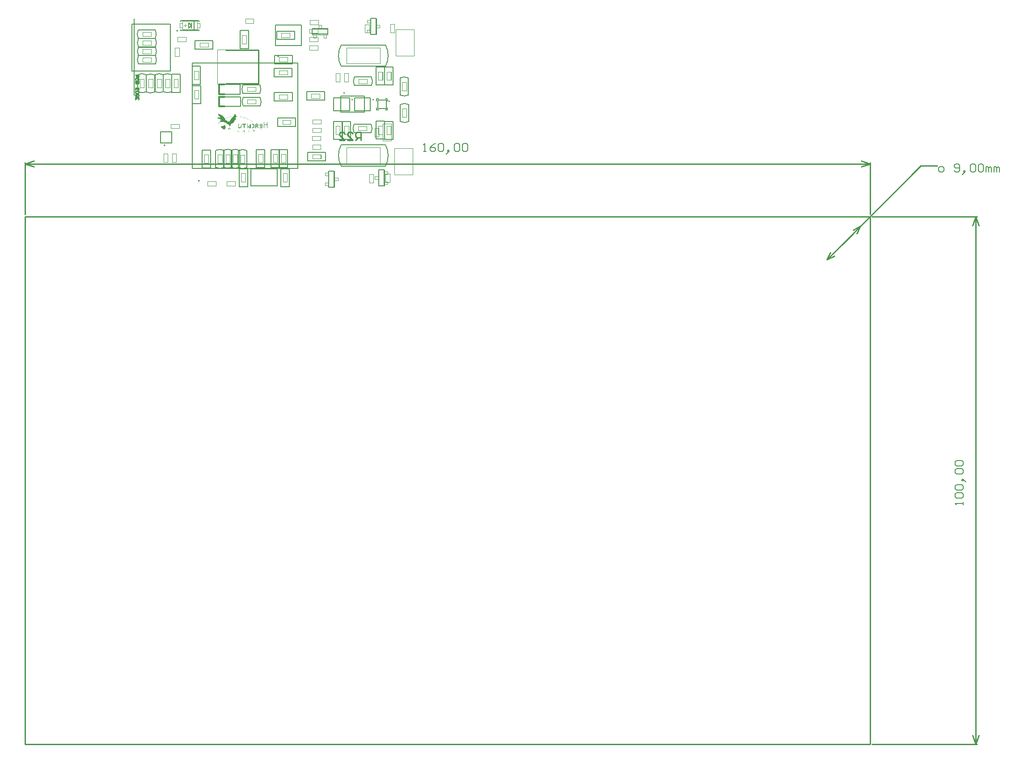
<source format=gbo>
G04*
G04 #@! TF.GenerationSoftware,Altium Limited,Altium Designer,24.4.1 (13)*
G04*
G04 Layer_Color=32896*
%FSLAX44Y44*%
%MOMM*%
G71*
G04*
G04 #@! TF.SameCoordinates,044CC30A-6F31-4426-BCA9-A8A858A33F02*
G04*
G04*
G04 #@! TF.FilePolarity,Positive*
G04*
G01*
G75*
%ADD10C,0.2000*%
%ADD11C,0.1270*%
%ADD12C,0.2540*%
%ADD13C,0.3500*%
%ADD14C,0.1500*%
%ADD15C,0.2500*%
%ADD16C,0.1524*%
%ADD17C,0.1520*%
%ADD18C,0.1000*%
%ADD19C,0.1250*%
G36*
X397686Y1194142D02*
X398107D01*
Y1193932D01*
X398318D01*
Y1193721D01*
X398528D01*
Y1193299D01*
X398739D01*
Y1193089D01*
X398950D01*
Y1192667D01*
X399160D01*
Y1192246D01*
X399371D01*
Y1191614D01*
X399582D01*
Y1189928D01*
X402532D01*
Y1189717D01*
X404639D01*
Y1189507D01*
X406325D01*
Y1189296D01*
X407589D01*
Y1189085D01*
X408642D01*
Y1188875D01*
X409696D01*
Y1188664D01*
X410749D01*
Y1188453D01*
X411592D01*
Y1188242D01*
X412435D01*
Y1188032D01*
X413278D01*
Y1187821D01*
X413910D01*
Y1187610D01*
X414753D01*
Y1187400D01*
X415385D01*
Y1187189D01*
X416017D01*
Y1186978D01*
X416649D01*
Y1186768D01*
X417281D01*
Y1186557D01*
X417702D01*
Y1186346D01*
X418335D01*
Y1186135D01*
X418967D01*
Y1185925D01*
X419388D01*
Y1185714D01*
X419809D01*
Y1185503D01*
X420442D01*
Y1185293D01*
X421074D01*
Y1185082D01*
X421495D01*
Y1184871D01*
X421917D01*
Y1184660D01*
X422338D01*
Y1184450D01*
X422759D01*
Y1184239D01*
X423391D01*
Y1184028D01*
X423813D01*
Y1183818D01*
X424234D01*
Y1183607D01*
X424445D01*
Y1183396D01*
X425077D01*
Y1183186D01*
X425288D01*
Y1182975D01*
X425709D01*
Y1182764D01*
X426131D01*
Y1182553D01*
X426552D01*
Y1182343D01*
X426973D01*
Y1182132D01*
X427395D01*
Y1181921D01*
X427606D01*
Y1181711D01*
X428027D01*
Y1181500D01*
X428238D01*
Y1181289D01*
X428659D01*
Y1181079D01*
X429081D01*
Y1180868D01*
X429502D01*
Y1180657D01*
X429713D01*
Y1180446D01*
X430134D01*
Y1180236D01*
X430345D01*
Y1180025D01*
X430766D01*
Y1179814D01*
X430977D01*
Y1179604D01*
X431398D01*
Y1179393D01*
X431609D01*
Y1179182D01*
X432030D01*
Y1178972D01*
X431398D01*
Y1179182D01*
X431188D01*
Y1179393D01*
X430766D01*
Y1179604D01*
X430555D01*
Y1179814D01*
X430134D01*
Y1180025D01*
X429923D01*
Y1180236D01*
X429502D01*
Y1180446D01*
X429081D01*
Y1180657D01*
X428870D01*
Y1180868D01*
X428448D01*
Y1181079D01*
X428027D01*
Y1181289D01*
X427816D01*
Y1181500D01*
X427395D01*
Y1181711D01*
X426973D01*
Y1181921D01*
X426552D01*
Y1182132D01*
X426341D01*
Y1182343D01*
X425920D01*
Y1182553D01*
X425499D01*
Y1182764D01*
X425077D01*
Y1182975D01*
X424656D01*
Y1183186D01*
X424234D01*
Y1183396D01*
X423813D01*
Y1183607D01*
X423391D01*
Y1183818D01*
X422970D01*
Y1184028D01*
X422549D01*
Y1184239D01*
X422127D01*
Y1184450D01*
X421706D01*
Y1184660D01*
X421074D01*
Y1184871D01*
X420652D01*
Y1185082D01*
X420231D01*
Y1185293D01*
X419599D01*
Y1185503D01*
X419177D01*
Y1185714D01*
X418545D01*
Y1185925D01*
X418124D01*
Y1186135D01*
X417492D01*
Y1186346D01*
X416860D01*
Y1186557D01*
X416227D01*
Y1186768D01*
X415595D01*
Y1186978D01*
X414963D01*
Y1187189D01*
X414331D01*
Y1187400D01*
X413488D01*
Y1187610D01*
X412856D01*
Y1187821D01*
X412014D01*
Y1188032D01*
X411171D01*
Y1188242D01*
X410328D01*
Y1188453D01*
X409274D01*
Y1188664D01*
X408221D01*
Y1188875D01*
X406957D01*
Y1189085D01*
X405482D01*
Y1189296D01*
X403796D01*
Y1189507D01*
X401268D01*
Y1189717D01*
X399582D01*
Y1188664D01*
X399371D01*
Y1188032D01*
X399160D01*
Y1187610D01*
X398950D01*
Y1187189D01*
X398739D01*
Y1186978D01*
X398528D01*
Y1186557D01*
X398318D01*
Y1186135D01*
X398107D01*
Y1185925D01*
X398739D01*
Y1186135D01*
X399582D01*
Y1185714D01*
X399793D01*
Y1185503D01*
X399582D01*
Y1184871D01*
X399371D01*
Y1184450D01*
X399160D01*
Y1184239D01*
X398950D01*
Y1183818D01*
X398739D01*
Y1183607D01*
X398528D01*
Y1183396D01*
X398318D01*
Y1183186D01*
X398107D01*
Y1182975D01*
X397896D01*
Y1182764D01*
X397686D01*
Y1182553D01*
X397475D01*
Y1182343D01*
X397264D01*
Y1182132D01*
X397053D01*
Y1181921D01*
X396632D01*
Y1181711D01*
X396421D01*
Y1181500D01*
X396000D01*
Y1181289D01*
X395789D01*
Y1181079D01*
X395368D01*
Y1180868D01*
X395789D01*
Y1180657D01*
X396000D01*
Y1180446D01*
X396211D01*
Y1179604D01*
X396000D01*
Y1179182D01*
X395789D01*
Y1178972D01*
X395579D01*
Y1178761D01*
X395368D01*
Y1178550D01*
X395157D01*
Y1178339D01*
X394947D01*
Y1178129D01*
X394736D01*
Y1177918D01*
X394525D01*
Y1177707D01*
X394314D01*
Y1177497D01*
X394104D01*
Y1177286D01*
X393682D01*
Y1177075D01*
X393472D01*
Y1176864D01*
X393050D01*
Y1176654D01*
X392629D01*
Y1176443D01*
X392207D01*
Y1176232D01*
X391786D01*
Y1176022D01*
X390732D01*
Y1175811D01*
X389890D01*
Y1174758D01*
X389679D01*
Y1174125D01*
X389468D01*
Y1173704D01*
X389258D01*
Y1173283D01*
X389047D01*
Y1172861D01*
X388836D01*
Y1172650D01*
X388625D01*
Y1172440D01*
X388415D01*
Y1172229D01*
X388204D01*
Y1172018D01*
X387993D01*
Y1171597D01*
X387572D01*
Y1171386D01*
X387361D01*
Y1171176D01*
X387150D01*
Y1170965D01*
X386729D01*
Y1171386D01*
X386940D01*
Y1171808D01*
X386729D01*
Y1172861D01*
X386518D01*
Y1173283D01*
X386308D01*
Y1173704D01*
X386097D01*
Y1173915D01*
X385886D01*
Y1174125D01*
X385465D01*
Y1174336D01*
X385254D01*
Y1174547D01*
X384622D01*
Y1174758D01*
X383568D01*
Y1174968D01*
X383358D01*
Y1175179D01*
X383147D01*
Y1175390D01*
X382936D01*
Y1175600D01*
X382726D01*
Y1175811D01*
X382515D01*
Y1176022D01*
X382304D01*
Y1176232D01*
X382094D01*
Y1176443D01*
X381883D01*
Y1176654D01*
X381672D01*
Y1176864D01*
X381251D01*
Y1177075D01*
X381040D01*
Y1177286D01*
X380829D01*
Y1177497D01*
X380408D01*
Y1177707D01*
X379986D01*
Y1177918D01*
X379354D01*
Y1178129D01*
X378933D01*
Y1178339D01*
X378301D01*
Y1178550D01*
X377247D01*
Y1178761D01*
X376405D01*
Y1178972D01*
X374719D01*
Y1179182D01*
X373244D01*
Y1179393D01*
X370294D01*
Y1179604D01*
X369662D01*
Y1179393D01*
X369451D01*
Y1179182D01*
X369030D01*
Y1178972D01*
X368819D01*
Y1178761D01*
X368609D01*
Y1178550D01*
X368398D01*
Y1178339D01*
X368187D01*
Y1178129D01*
X367976D01*
Y1177918D01*
X367766D01*
Y1177707D01*
X367555D01*
Y1177497D01*
X367344D01*
Y1177286D01*
X367134D01*
Y1177075D01*
X366923D01*
Y1176864D01*
X366712D01*
Y1176443D01*
X366502D01*
Y1176232D01*
X366291D01*
Y1176022D01*
X366080D01*
Y1175811D01*
X365869D01*
Y1175600D01*
X365659D01*
Y1175390D01*
X365448D01*
Y1175811D01*
X365659D01*
Y1176022D01*
X365869D01*
Y1176232D01*
X366080D01*
Y1176443D01*
X366291D01*
Y1176864D01*
X366502D01*
Y1177075D01*
X366712D01*
Y1177286D01*
X366923D01*
Y1177497D01*
X367134D01*
Y1177707D01*
X367344D01*
Y1177918D01*
X367555D01*
Y1178129D01*
X367766D01*
Y1178339D01*
X367976D01*
Y1178550D01*
X368187D01*
Y1178761D01*
X368398D01*
Y1178972D01*
X368609D01*
Y1179182D01*
X368819D01*
Y1179393D01*
X369241D01*
Y1179814D01*
X369662D01*
Y1180446D01*
X369451D01*
Y1181289D01*
X369662D01*
Y1181711D01*
X369873D01*
Y1182132D01*
X370084D01*
Y1182343D01*
X370294D01*
Y1182553D01*
X370505D01*
Y1182764D01*
X370926D01*
Y1182975D01*
X371348D01*
Y1183186D01*
X370084D01*
Y1183396D01*
X369241D01*
Y1183818D01*
X369030D01*
Y1184028D01*
X369241D01*
Y1184239D01*
X369662D01*
Y1184450D01*
X370084D01*
Y1184660D01*
X369873D01*
Y1184871D01*
X368819D01*
Y1185082D01*
X367134D01*
Y1185293D01*
X366080D01*
Y1185503D01*
X365448D01*
Y1185714D01*
X364816D01*
Y1185925D01*
X364394D01*
Y1186135D01*
X364184D01*
Y1186346D01*
X363973D01*
Y1187189D01*
X364605D01*
Y1187400D01*
X367134D01*
Y1187610D01*
X368819D01*
Y1187400D01*
X369873D01*
Y1187821D01*
X369662D01*
Y1188032D01*
X369451D01*
Y1188453D01*
X369241D01*
Y1188664D01*
X369030D01*
Y1188875D01*
X368819D01*
Y1189296D01*
X368609D01*
Y1189507D01*
X368398D01*
Y1189717D01*
X368187D01*
Y1189928D01*
X367976D01*
Y1190139D01*
X367766D01*
Y1190560D01*
X367555D01*
Y1190771D01*
X367344D01*
Y1190982D01*
X367134D01*
Y1191192D01*
X366923D01*
Y1191403D01*
X366712D01*
Y1191614D01*
X366502D01*
Y1191824D01*
X366291D01*
Y1192035D01*
X366080D01*
Y1192246D01*
X365869D01*
Y1192667D01*
X365659D01*
Y1193089D01*
X365448D01*
Y1193932D01*
X365869D01*
Y1194142D01*
X367134D01*
Y1193932D01*
X368187D01*
Y1193721D01*
X369030D01*
Y1193510D01*
X369662D01*
Y1193299D01*
X370084D01*
Y1193089D01*
X370716D01*
Y1192878D01*
X371137D01*
Y1192667D01*
X371558D01*
Y1192457D01*
X371980D01*
Y1192246D01*
X372191D01*
Y1192035D01*
X372612D01*
Y1191824D01*
X373033D01*
Y1191614D01*
X373244D01*
Y1191403D01*
X373665D01*
Y1191192D01*
X373876D01*
Y1190982D01*
X374087D01*
Y1190771D01*
X374297D01*
Y1190560D01*
X374508D01*
Y1190350D01*
X374930D01*
Y1190139D01*
X375140D01*
Y1189928D01*
X375351D01*
Y1189717D01*
X375562D01*
Y1189507D01*
X375773D01*
Y1189296D01*
X375983D01*
Y1188875D01*
X376194D01*
Y1188664D01*
X376405D01*
Y1188453D01*
X376615D01*
Y1188242D01*
X376826D01*
Y1187821D01*
X377037D01*
Y1187610D01*
X377247D01*
Y1187189D01*
X377458D01*
Y1186978D01*
X377669D01*
Y1186557D01*
X377879D01*
Y1186135D01*
X378090D01*
Y1185714D01*
X378722D01*
Y1185925D01*
X379144D01*
Y1186135D01*
X379565D01*
Y1186346D01*
X380197D01*
Y1186557D01*
X380619D01*
Y1186768D01*
X381251D01*
Y1186978D01*
X381672D01*
Y1187189D01*
X382304D01*
Y1187400D01*
X382936D01*
Y1187610D01*
X383568D01*
Y1187821D01*
X384201D01*
Y1188032D01*
X384833D01*
Y1188242D01*
X385676D01*
Y1188453D01*
X386518D01*
Y1188664D01*
X387361D01*
Y1188875D01*
X388415D01*
Y1189085D01*
X389468D01*
Y1189296D01*
X390732D01*
Y1189507D01*
X392207D01*
Y1189717D01*
X394525D01*
Y1189928D01*
X394736D01*
Y1190139D01*
X394947D01*
Y1190560D01*
X395157D01*
Y1190771D01*
X395368D01*
Y1190982D01*
X395579D01*
Y1191403D01*
X395789D01*
Y1191614D01*
X396000D01*
Y1192035D01*
X396211D01*
Y1192457D01*
X396421D01*
Y1192878D01*
X396632D01*
Y1193932D01*
X396843D01*
Y1194353D01*
X397686D01*
Y1194142D01*
D02*
G37*
G36*
X458579Y1178761D02*
X458790D01*
Y1168015D01*
X458579D01*
Y1167804D01*
X457736D01*
Y1168436D01*
X457525D01*
Y1168647D01*
X457736D01*
Y1173283D01*
X453101D01*
Y1167804D01*
X452679D01*
Y1167594D01*
X452469D01*
Y1167804D01*
X452047D01*
Y1176654D01*
Y1176864D01*
Y1178761D01*
X452258D01*
Y1178972D01*
X452890D01*
Y1178761D01*
X453101D01*
Y1174547D01*
X453311D01*
Y1174336D01*
X453733D01*
Y1174547D01*
X453943D01*
Y1174336D01*
X454786D01*
Y1174547D01*
X456472D01*
Y1174336D01*
X456893D01*
Y1174547D01*
X457104D01*
Y1174336D01*
X457525D01*
Y1174758D01*
X457736D01*
Y1174968D01*
X457525D01*
Y1175179D01*
X457736D01*
Y1175390D01*
X457525D01*
Y1175600D01*
X457736D01*
Y1175811D01*
X457525D01*
Y1176022D01*
X457736D01*
Y1178761D01*
X457947D01*
Y1178972D01*
X458579D01*
Y1178761D01*
D02*
G37*
G36*
X409274Y1175390D02*
X409696D01*
Y1169279D01*
X409485D01*
Y1168858D01*
X409274D01*
Y1168436D01*
X408853D01*
Y1168226D01*
X408642D01*
Y1168015D01*
X408432D01*
Y1167804D01*
X405903D01*
Y1167594D01*
X405692D01*
Y1167804D01*
X405482D01*
Y1167594D01*
X405060D01*
Y1167804D01*
X404217D01*
Y1168015D01*
X404007D01*
Y1174125D01*
Y1174336D01*
Y1175179D01*
X404217D01*
Y1175600D01*
X405060D01*
Y1174968D01*
X405271D01*
Y1174547D01*
X405060D01*
Y1169279D01*
X405271D01*
Y1169069D01*
X405060D01*
Y1168858D01*
X408010D01*
Y1169069D01*
X408221D01*
Y1169279D01*
X408432D01*
Y1170965D01*
X408642D01*
Y1175390D01*
X408853D01*
Y1175600D01*
X409274D01*
Y1175390D01*
D02*
G37*
G36*
X440248D02*
X440669D01*
Y1175179D01*
X441091D01*
Y1174968D01*
X441301D01*
Y1174758D01*
X441512D01*
Y1174336D01*
X441723D01*
Y1173915D01*
X441933D01*
Y1172861D01*
X441723D01*
Y1172229D01*
X441512D01*
Y1172018D01*
X441301D01*
Y1171808D01*
X441091D01*
Y1171597D01*
X440880D01*
Y1171386D01*
X440669D01*
Y1171176D01*
X440248D01*
Y1170754D01*
X440458D01*
Y1170543D01*
X440669D01*
Y1170122D01*
X440880D01*
Y1169701D01*
X441091D01*
Y1169490D01*
X441301D01*
Y1169069D01*
X441512D01*
Y1168858D01*
X441723D01*
Y1168436D01*
X441933D01*
Y1168015D01*
X441723D01*
Y1167804D01*
X440880D01*
Y1168015D01*
X440669D01*
Y1168436D01*
X440458D01*
Y1168647D01*
X440248D01*
Y1169069D01*
X440037D01*
Y1169279D01*
X439826D01*
Y1169701D01*
X439616D01*
Y1169911D01*
X439405D01*
Y1170333D01*
X439194D01*
Y1170543D01*
X438983D01*
Y1170965D01*
X438351D01*
Y1171176D01*
X437719D01*
Y1170965D01*
X437298D01*
Y1169279D01*
X437509D01*
Y1168858D01*
X437298D01*
Y1167804D01*
X436244D01*
Y1168015D01*
Y1168226D01*
Y1175390D01*
X436455D01*
Y1175600D01*
X440248D01*
Y1175390D01*
D02*
G37*
G36*
X421495D02*
X421706D01*
Y1172861D01*
Y1172650D01*
Y1168015D01*
X421495D01*
Y1167804D01*
X420652D01*
Y1168436D01*
X420442D01*
Y1168647D01*
X420652D01*
Y1169279D01*
X420442D01*
Y1174336D01*
X420652D01*
Y1174758D01*
X420442D01*
Y1174968D01*
X420652D01*
Y1175390D01*
X420863D01*
Y1175600D01*
X421495D01*
Y1175390D01*
D02*
G37*
G36*
X447622D02*
X448255D01*
Y1175179D01*
X448465D01*
Y1174968D01*
X448887D01*
Y1174758D01*
X449097D01*
Y1174336D01*
X449308D01*
Y1174125D01*
X449519D01*
Y1173704D01*
X449729D01*
Y1173493D01*
Y1169069D01*
X449519D01*
Y1168647D01*
X449308D01*
Y1168436D01*
X449097D01*
Y1168226D01*
X448676D01*
Y1168015D01*
X448465D01*
Y1167804D01*
X447412D01*
Y1167594D01*
X446358D01*
Y1167804D01*
X444251D01*
Y1168647D01*
X444462D01*
Y1168858D01*
X448044D01*
Y1169069D01*
X448255D01*
Y1169279D01*
X448465D01*
Y1169701D01*
X448676D01*
Y1170965D01*
X448255D01*
Y1171176D01*
X445937D01*
Y1170965D01*
X445726D01*
Y1171176D01*
X445515D01*
Y1170965D01*
X445305D01*
Y1171176D01*
X445094D01*
Y1170965D01*
X444883D01*
Y1171176D01*
X444251D01*
Y1171808D01*
X444040D01*
Y1172018D01*
X444251D01*
Y1173915D01*
X444462D01*
Y1174336D01*
X444673D01*
Y1174547D01*
X444883D01*
Y1174758D01*
X445094D01*
Y1174968D01*
X445305D01*
Y1175179D01*
X445726D01*
Y1175390D01*
X446358D01*
Y1175600D01*
X447622D01*
Y1175390D01*
D02*
G37*
G36*
X432452D02*
X432873D01*
Y1175179D01*
X433084D01*
Y1174968D01*
X433294D01*
Y1174758D01*
X433505D01*
Y1174547D01*
X433716D01*
Y1174336D01*
X433927D01*
Y1169069D01*
X433716D01*
Y1168647D01*
X433505D01*
Y1168436D01*
X433294D01*
Y1168226D01*
X433084D01*
Y1168015D01*
X432662D01*
Y1167804D01*
X431820D01*
Y1167594D01*
X431609D01*
Y1167804D01*
X430977D01*
Y1167594D01*
X430766D01*
Y1167804D01*
X430134D01*
Y1167594D01*
X429923D01*
Y1167804D01*
X429502D01*
Y1168647D01*
X429713D01*
Y1168858D01*
X432241D01*
Y1169069D01*
X432662D01*
Y1169490D01*
X432873D01*
Y1173915D01*
X432662D01*
Y1174125D01*
X432452D01*
Y1174336D01*
X431609D01*
Y1174547D01*
X431398D01*
Y1174336D01*
X431188D01*
Y1174547D01*
X430977D01*
Y1174336D01*
X430766D01*
Y1174547D01*
X430134D01*
Y1174336D01*
X429923D01*
Y1174547D01*
X429502D01*
Y1175390D01*
X429713D01*
Y1175600D01*
X432452D01*
Y1175390D01*
D02*
G37*
G36*
X426973D02*
X427184D01*
Y1174968D01*
X427395D01*
Y1174547D01*
X427184D01*
Y1169069D01*
X427395D01*
Y1168858D01*
X427184D01*
Y1167804D01*
X426341D01*
Y1167594D01*
X426131D01*
Y1167804D01*
X425709D01*
Y1167594D01*
X425077D01*
Y1167804D01*
X424024D01*
Y1168015D01*
X423813D01*
Y1168226D01*
X423602D01*
Y1168436D01*
X423391D01*
Y1168647D01*
X423181D01*
Y1168858D01*
X422970D01*
Y1169279D01*
X422759D01*
Y1170543D01*
X422970D01*
Y1170965D01*
X423181D01*
Y1171386D01*
X423391D01*
Y1171597D01*
X423602D01*
Y1171808D01*
X424024D01*
Y1172018D01*
X424445D01*
Y1172229D01*
X426131D01*
Y1175390D01*
X426341D01*
Y1175600D01*
X426973D01*
Y1175390D01*
D02*
G37*
G36*
X418124D02*
X418335D01*
Y1174547D01*
X415595D01*
Y1168015D01*
X415385D01*
Y1167804D01*
X415174D01*
Y1167594D01*
X414753D01*
Y1167804D01*
X414542D01*
Y1168015D01*
X414331D01*
Y1174547D01*
X411592D01*
Y1175390D01*
X411803D01*
Y1175600D01*
X418124D01*
Y1175390D01*
D02*
G37*
G36*
X379144Y1173283D02*
X379354D01*
Y1173072D01*
X379565D01*
Y1172229D01*
Y1172018D01*
Y1171176D01*
X379354D01*
Y1170754D01*
X379144D01*
Y1170333D01*
X378933D01*
Y1169911D01*
X378722D01*
Y1169701D01*
X379565D01*
Y1169279D01*
X379776D01*
Y1168858D01*
X379986D01*
Y1168647D01*
X379776D01*
Y1168015D01*
X379565D01*
Y1167594D01*
X379354D01*
Y1167383D01*
X379144D01*
Y1166961D01*
X378933D01*
Y1166751D01*
X378722D01*
Y1166540D01*
X378512D01*
Y1166329D01*
X378301D01*
Y1165908D01*
X377879D01*
Y1165697D01*
X377669D01*
Y1165487D01*
X377458D01*
Y1165276D01*
X377247D01*
Y1165065D01*
X377037D01*
Y1164854D01*
X376826D01*
Y1164644D01*
X376194D01*
Y1164854D01*
X375983D01*
Y1165065D01*
X375773D01*
Y1165487D01*
X375562D01*
Y1166119D01*
X374930D01*
Y1166329D01*
X374719D01*
Y1166540D01*
X374297D01*
Y1166751D01*
X373665D01*
Y1166961D01*
X373033D01*
Y1167172D01*
X372823D01*
Y1167383D01*
X372612D01*
Y1167594D01*
X372823D01*
Y1168015D01*
X373033D01*
Y1168226D01*
X372191D01*
Y1168436D01*
X371980D01*
Y1168647D01*
X371769D01*
Y1168858D01*
X371558D01*
Y1169069D01*
X371348D01*
Y1169279D01*
X371137D01*
Y1169490D01*
X370926D01*
Y1169701D01*
X370716D01*
Y1170122D01*
X370505D01*
Y1170965D01*
X370716D01*
Y1171176D01*
X372401D01*
Y1171386D01*
X373455D01*
Y1171597D01*
X373876D01*
Y1171808D01*
X374930D01*
Y1172018D01*
X375773D01*
Y1172229D01*
X376826D01*
Y1172440D01*
X377247D01*
Y1172650D01*
X377458D01*
Y1172861D01*
X377879D01*
Y1173072D01*
X378090D01*
Y1173283D01*
X378722D01*
Y1173493D01*
X379144D01*
Y1173283D01*
D02*
G37*
G36*
X386518Y1168226D02*
X387150D01*
Y1168015D01*
X387361D01*
Y1167804D01*
X387572D01*
Y1167594D01*
X387783D01*
Y1167383D01*
X387993D01*
Y1167172D01*
X388204D01*
Y1166751D01*
X388415D01*
Y1165908D01*
X388625D01*
Y1164222D01*
X388415D01*
Y1164433D01*
X388204D01*
Y1164854D01*
X387993D01*
Y1165487D01*
X387783D01*
Y1165908D01*
X387572D01*
Y1166119D01*
X387361D01*
Y1166540D01*
X387150D01*
Y1166751D01*
X386940D01*
Y1166961D01*
X386729D01*
Y1167172D01*
X386518D01*
Y1167594D01*
X386308D01*
Y1167804D01*
X386097D01*
Y1168226D01*
X386308D01*
Y1168436D01*
X386518D01*
Y1168226D01*
D02*
G37*
G36*
X384201Y1167804D02*
X384833D01*
Y1167594D01*
X385043D01*
Y1167383D01*
X385254D01*
Y1167172D01*
X385465D01*
Y1166961D01*
X385676D01*
Y1166540D01*
X385886D01*
Y1166329D01*
X386097D01*
Y1165908D01*
Y1165697D01*
X386308D01*
Y1164012D01*
X385886D01*
Y1164433D01*
X385676D01*
Y1164854D01*
X385465D01*
Y1165276D01*
X385254D01*
Y1165487D01*
X385043D01*
Y1165908D01*
X384833D01*
Y1166119D01*
X384622D01*
Y1166540D01*
X384411D01*
Y1166751D01*
X384201D01*
Y1167172D01*
X383990D01*
Y1168015D01*
X384201D01*
Y1167804D01*
D02*
G37*
G36*
X433927Y1163590D02*
X434348D01*
Y1163380D01*
X434559D01*
Y1163169D01*
X434770D01*
Y1162747D01*
X434980D01*
Y1161694D01*
X434770D01*
Y1161273D01*
X434559D01*
Y1161062D01*
X434348D01*
Y1160851D01*
X433927D01*
Y1160640D01*
X433084D01*
Y1160851D01*
X432662D01*
Y1161062D01*
X432241D01*
Y1160851D01*
X431820D01*
Y1161905D01*
Y1162115D01*
Y1163590D01*
X432030D01*
Y1163801D01*
X432241D01*
Y1163380D01*
X432452D01*
Y1163590D01*
X432873D01*
Y1163801D01*
X433927D01*
Y1163590D01*
D02*
G37*
G36*
X415385Y1159587D02*
X414963D01*
Y1161062D01*
X414542D01*
Y1160851D01*
X414120D01*
Y1160640D01*
X413278D01*
Y1160851D01*
X412856D01*
Y1161062D01*
X412646D01*
Y1161273D01*
X412435D01*
Y1161694D01*
X412224D01*
Y1162747D01*
X412435D01*
Y1163169D01*
X412646D01*
Y1163380D01*
X412856D01*
Y1163590D01*
X413278D01*
Y1163801D01*
X414331D01*
Y1163590D01*
X414753D01*
Y1163380D01*
X414963D01*
Y1163590D01*
X415174D01*
Y1163801D01*
X415385D01*
Y1159587D01*
D02*
G37*
G36*
X424234Y1163590D02*
X424656D01*
Y1163380D01*
X424866D01*
Y1163169D01*
X425077D01*
Y1162747D01*
X424656D01*
Y1162958D01*
X424445D01*
Y1163169D01*
X424234D01*
Y1163380D01*
X422970D01*
Y1163169D01*
X422759D01*
Y1162958D01*
X422549D01*
Y1162537D01*
X422759D01*
Y1162326D01*
X422970D01*
Y1162537D01*
X423181D01*
Y1162326D01*
X423813D01*
Y1162115D01*
X422549D01*
Y1161483D01*
X422759D01*
Y1161273D01*
X423181D01*
Y1161062D01*
X424234D01*
Y1161273D01*
X424445D01*
Y1161483D01*
X424656D01*
Y1161694D01*
X425077D01*
Y1161483D01*
X424866D01*
Y1161062D01*
X424445D01*
Y1160851D01*
X424024D01*
Y1160640D01*
X423181D01*
Y1160851D01*
X422759D01*
Y1161062D01*
X422549D01*
Y1161273D01*
X422338D01*
Y1161694D01*
X422127D01*
Y1162958D01*
X422338D01*
Y1163169D01*
X422549D01*
Y1163380D01*
X422759D01*
Y1163590D01*
X423181D01*
Y1163801D01*
X424234D01*
Y1163590D01*
D02*
G37*
G36*
X447622Y1164433D02*
X447833D01*
Y1164222D01*
X448044D01*
Y1164012D01*
X448255D01*
Y1163590D01*
X448465D01*
Y1163380D01*
X448676D01*
Y1163169D01*
X448887D01*
Y1162958D01*
X449097D01*
Y1162537D01*
X449308D01*
Y1162326D01*
X449519D01*
Y1162115D01*
X449729D01*
Y1161694D01*
X449940D01*
Y1161483D01*
X450151D01*
Y1161273D01*
X449729D01*
Y1161483D01*
X449519D01*
Y1161905D01*
X449308D01*
Y1162115D01*
X449097D01*
Y1162326D01*
X448887D01*
Y1162537D01*
X448676D01*
Y1162747D01*
Y1162958D01*
X448465D01*
Y1163169D01*
X448255D01*
Y1163380D01*
X448044D01*
Y1163590D01*
X447833D01*
Y1164012D01*
X447622D01*
Y1164222D01*
X447412D01*
Y1164433D01*
X447201D01*
Y1164644D01*
X447622D01*
Y1164433D01*
D02*
G37*
G36*
X404639Y1163590D02*
X405060D01*
Y1163380D01*
X405271D01*
Y1163169D01*
X405482D01*
Y1162747D01*
X405692D01*
Y1161694D01*
X405482D01*
Y1161273D01*
X405271D01*
Y1161062D01*
X405060D01*
Y1160851D01*
X404428D01*
Y1160640D01*
X403796D01*
Y1160851D01*
X403164D01*
Y1161062D01*
X402953D01*
Y1161273D01*
X402743D01*
Y1161905D01*
X402532D01*
Y1162747D01*
X402743D01*
Y1163169D01*
X402953D01*
Y1163380D01*
X403164D01*
Y1163590D01*
X403585D01*
Y1163801D01*
X404639D01*
Y1163590D01*
D02*
G37*
%LPC*%
G36*
X398107Y1185925D02*
X397896D01*
Y1185714D01*
X398107D01*
Y1185925D01*
D02*
G37*
G36*
X394104Y1189507D02*
X393050D01*
Y1189296D01*
X391365D01*
Y1189085D01*
X390100D01*
Y1188875D01*
X388836D01*
Y1188664D01*
X387783D01*
Y1188453D01*
X386940D01*
Y1188242D01*
X386097D01*
Y1188032D01*
X385254D01*
Y1187821D01*
X384622D01*
Y1187610D01*
X383990D01*
Y1187400D01*
X383147D01*
Y1187189D01*
X382726D01*
Y1186978D01*
X382094D01*
Y1186768D01*
X381461D01*
Y1186557D01*
X381040D01*
Y1186346D01*
X380408D01*
Y1186135D01*
X379986D01*
Y1185925D01*
X379354D01*
Y1185714D01*
X378933D01*
Y1185503D01*
X378512D01*
Y1185082D01*
X378722D01*
Y1184660D01*
X378933D01*
Y1184028D01*
X379144D01*
Y1183607D01*
X379354D01*
Y1183186D01*
X379565D01*
Y1182764D01*
X379986D01*
Y1182553D01*
X380829D01*
Y1182343D01*
X381040D01*
Y1182132D01*
X381461D01*
Y1181921D01*
X381883D01*
Y1181711D01*
X382094D01*
Y1181500D01*
X382304D01*
Y1181289D01*
X382515D01*
Y1181079D01*
X382936D01*
Y1180868D01*
X383147D01*
Y1180446D01*
X383358D01*
Y1180236D01*
X383568D01*
Y1180025D01*
X383779D01*
Y1179604D01*
X383990D01*
Y1179393D01*
X384201D01*
Y1179604D01*
X384622D01*
Y1179814D01*
X385043D01*
Y1180025D01*
X385676D01*
Y1180236D01*
X386729D01*
Y1180025D01*
X387572D01*
Y1180657D01*
X387783D01*
Y1181079D01*
X387993D01*
Y1181500D01*
X388204D01*
Y1182132D01*
X388415D01*
Y1182553D01*
X388625D01*
Y1182764D01*
X388836D01*
Y1183186D01*
X389047D01*
Y1183607D01*
X389258D01*
Y1184028D01*
X389468D01*
Y1184450D01*
X389679D01*
Y1184660D01*
X389890D01*
Y1185082D01*
X390100D01*
Y1185293D01*
X390311D01*
Y1185503D01*
X390522D01*
Y1185714D01*
X390732D01*
Y1186135D01*
X390943D01*
Y1186346D01*
X391154D01*
Y1186557D01*
X391365D01*
Y1186768D01*
X391575D01*
Y1186978D01*
X391786D01*
Y1187189D01*
X391997D01*
Y1187400D01*
X392207D01*
Y1187610D01*
X392418D01*
Y1187821D01*
X392629D01*
Y1188032D01*
X392839D01*
Y1188242D01*
X393050D01*
Y1188453D01*
X393261D01*
Y1188664D01*
X393472D01*
Y1188875D01*
X393682D01*
Y1189085D01*
X393893D01*
Y1189296D01*
X394104D01*
Y1189507D01*
D02*
G37*
G36*
X439616Y1174547D02*
X437719D01*
Y1174336D01*
X437298D01*
Y1172650D01*
X437509D01*
Y1172440D01*
X437298D01*
Y1172229D01*
X440248D01*
Y1172440D01*
X440458D01*
Y1172650D01*
X440669D01*
Y1173915D01*
X440458D01*
Y1174125D01*
X440248D01*
Y1174336D01*
X439616D01*
Y1174547D01*
D02*
G37*
G36*
X446990D02*
X446780D01*
Y1174336D01*
X446147D01*
Y1174125D01*
X445726D01*
Y1173704D01*
X445515D01*
Y1173493D01*
X445305D01*
Y1172229D01*
X448676D01*
Y1172650D01*
Y1172861D01*
Y1173072D01*
X448465D01*
Y1173704D01*
X448255D01*
Y1173915D01*
X448044D01*
Y1174125D01*
X447833D01*
Y1174336D01*
X446990D01*
Y1174547D01*
D02*
G37*
G36*
X426131Y1171176D02*
X425077D01*
Y1170965D01*
X424445D01*
Y1170754D01*
X424234D01*
Y1170543D01*
X424024D01*
Y1170333D01*
Y1170122D01*
X423813D01*
Y1169911D01*
X424024D01*
Y1169279D01*
X424234D01*
Y1169069D01*
X424445D01*
Y1168858D01*
X426131D01*
Y1171176D01*
D02*
G37*
G36*
X434137Y1163380D02*
X432873D01*
Y1163169D01*
X432452D01*
Y1162958D01*
X432241D01*
Y1161694D01*
X432452D01*
Y1161483D01*
X432662D01*
Y1161273D01*
X432873D01*
Y1161062D01*
X433927D01*
Y1161273D01*
X434348D01*
Y1161483D01*
X434559D01*
Y1162537D01*
Y1162747D01*
Y1162958D01*
X434348D01*
Y1163169D01*
X434137D01*
Y1163380D01*
D02*
G37*
G36*
X414542D02*
X413067D01*
Y1163169D01*
X412856D01*
Y1162958D01*
X412646D01*
Y1161694D01*
X412856D01*
Y1161273D01*
X413278D01*
Y1161062D01*
X414331D01*
Y1161273D01*
X414753D01*
Y1161483D01*
X414963D01*
Y1162958D01*
X414753D01*
Y1163169D01*
X414542D01*
Y1163380D01*
D02*
G37*
G36*
X404850D02*
X403375D01*
Y1163169D01*
X403164D01*
Y1162747D01*
X402953D01*
Y1161694D01*
X403164D01*
Y1161483D01*
X403375D01*
Y1161273D01*
X403585D01*
Y1161062D01*
X404850D01*
Y1161273D01*
X405060D01*
Y1161694D01*
X405271D01*
Y1162958D01*
X405060D01*
Y1163169D01*
X404850D01*
Y1163380D01*
D02*
G37*
%LPD*%
D10*
X598395Y1135674D02*
G03*
X598395Y1095826I38105J-19924D01*
G01*
X682654Y1095920D02*
G03*
X682605Y1135674I-38154J19830D01*
G01*
X598395Y1324924D02*
G03*
X598395Y1285076I38105J-19924D01*
G01*
X682654Y1285170D02*
G03*
X682605Y1324924I-38154J19830D01*
G01*
X229800Y1236101D02*
G03*
X245700Y1236101I7950J16149D01*
G01*
Y1268399D02*
G03*
X229800Y1268399I-7950J-16149D01*
G01*
X246050Y1236601D02*
G03*
X261950Y1236601I7950J16149D01*
G01*
Y1268899D02*
G03*
X246050Y1268899I-7950J-16149D01*
G01*
X419700Y1125149D02*
G03*
X403800Y1125149I-7950J-16149D01*
G01*
Y1092851D02*
G03*
X419700Y1092851I7950J16149D01*
G01*
X655899Y1248550D02*
G03*
X655899Y1264451I-16149J7950D01*
G01*
X623601D02*
G03*
X623601Y1248550I16149J-7950D01*
G01*
X655149Y1159050D02*
G03*
X655149Y1174950I-16149J7950D01*
G01*
X622851D02*
G03*
X622851Y1159050I16149J-7950D01*
G01*
X412351Y1249450D02*
G03*
X412351Y1233550I16149J-7950D01*
G01*
X444649D02*
G03*
X444649Y1249450I-16149J7950D01*
G01*
X405950Y1125649D02*
G03*
X390050Y1125649I-7950J-16149D01*
G01*
Y1093351D02*
G03*
X405950Y1093351I7950J16149D01*
G01*
X391700Y1125649D02*
G03*
X375800Y1125649I-7950J-16149D01*
G01*
Y1093351D02*
G03*
X391700Y1093351I7950J16149D01*
G01*
X376950Y1125399D02*
G03*
X361050Y1125399I-7950J-16149D01*
G01*
Y1093101D02*
G03*
X376950Y1093101I7950J16149D01*
G01*
X262050Y1236601D02*
G03*
X277950Y1236601I7950J16149D01*
G01*
Y1268899D02*
G03*
X262050Y1268899I-7950J-16149D01*
G01*
X229450Y1268899D02*
G03*
X213550Y1268899I-7950J-16149D01*
G01*
Y1236601D02*
G03*
X229450Y1236601I7950J16149D01*
G01*
X214601Y1320950D02*
G03*
X214601Y1305050I16149J-7950D01*
G01*
X246899D02*
G03*
X246899Y1320950I-16149J7950D01*
G01*
X214351Y1353450D02*
G03*
X214351Y1337550I16149J-7950D01*
G01*
X246649D02*
G03*
X246649Y1353450I-16149J7950D01*
G01*
X214601Y1304950D02*
G03*
X214601Y1289050I16149J-7950D01*
G01*
X246899D02*
G03*
X246899Y1304950I-16149J7950D01*
G01*
X214601Y1337200D02*
G03*
X214601Y1321300I16149J-7950D01*
G01*
X246899D02*
G03*
X246899Y1337200I-16149J7950D01*
G01*
X710550Y1180101D02*
G03*
X726450Y1180101I7950J16149D01*
G01*
Y1212399D02*
G03*
X710550Y1212399I-7950J-16149D01*
G01*
X725950Y1262649D02*
G03*
X710050Y1262649I-7950J-16149D01*
G01*
Y1230351D02*
G03*
X725950Y1230351I7950J16149D01*
G01*
X412851Y1225700D02*
G03*
X412851Y1209800I16149J-7950D01*
G01*
X445149D02*
G03*
X445149Y1225700I-16149J7950D01*
G01*
X543500Y1355750D02*
X573500D01*
Y1345750D02*
Y1355750D01*
X543500Y1345750D02*
X573500D01*
X543500D02*
Y1355750D01*
X573500D01*
X669500Y1058250D02*
Y1088250D01*
X679500D01*
Y1058250D02*
Y1088250D01*
X669500Y1058250D02*
X679500D01*
X669500D02*
Y1088250D01*
X585250Y1055750D02*
Y1085750D01*
X575250Y1055750D02*
X585250D01*
X575250D02*
Y1085750D01*
X585250D01*
Y1055750D02*
Y1085750D01*
X664750Y1345500D02*
Y1375500D01*
X654750Y1345500D02*
X664750D01*
X654750D02*
Y1375500D01*
X664750D01*
Y1345500D02*
Y1375500D01*
X309750Y1357250D02*
Y1367250D01*
Y1357250D02*
X314750Y1362250D01*
X309750Y1367250D02*
X314750Y1362250D01*
Y1357250D02*
Y1367250D01*
X320250Y1353250D02*
Y1371250D01*
X294750D02*
X329750D01*
X294750Y1353250D02*
X329750D01*
X329750Y1354750D01*
X329750Y1371250D02*
X329750Y1369750D01*
X294750Y1353250D02*
Y1354750D01*
Y1369750D02*
Y1371250D01*
X598500Y1095750D02*
X682500D01*
X598500Y1135750D02*
X682500D01*
X598500Y1285000D02*
X682500D01*
X598500Y1325000D02*
X682500D01*
X421250Y1056750D02*
Y1090750D01*
X405250D02*
X421250D01*
X405250Y1056750D02*
Y1090750D01*
Y1056750D02*
X421250D01*
X229750Y1236250D02*
Y1268250D01*
X245750Y1236250D02*
Y1268250D01*
X246000Y1236750D02*
Y1268750D01*
X262000Y1236750D02*
Y1268750D01*
X471750Y1281000D02*
X505750D01*
X471750Y1265000D02*
Y1281000D01*
Y1265000D02*
X505750D01*
Y1281000D01*
X419750Y1093000D02*
Y1125000D01*
X403750Y1093000D02*
Y1125000D01*
X623750Y1248500D02*
X655750D01*
X623750Y1264500D02*
X655750D01*
X623000Y1159000D02*
X655000D01*
X623000Y1175000D02*
X655000D01*
X293750Y1235500D02*
Y1269500D01*
X277750D02*
X293750D01*
X277750Y1235500D02*
Y1269500D01*
Y1235500D02*
X293750D01*
X484500Y1056750D02*
X500500D01*
X484500D02*
Y1090750D01*
X500500D01*
Y1056750D02*
Y1090750D01*
X412500Y1249500D02*
X444500D01*
X412500Y1233500D02*
X444500D01*
X406000Y1093500D02*
Y1125500D01*
X390000Y1093500D02*
Y1125500D01*
X391750Y1093500D02*
Y1125500D01*
X375750Y1093500D02*
Y1125500D01*
X377000Y1093250D02*
Y1125250D01*
X361000Y1093250D02*
Y1125250D01*
X600750Y1180500D02*
X616750D01*
Y1146500D02*
Y1180500D01*
X600750Y1146500D02*
X616750D01*
X600750D02*
Y1180500D01*
X584250D02*
X600250D01*
Y1146500D02*
Y1180500D01*
X584250Y1146500D02*
X600250D01*
X584250D02*
Y1180500D01*
X567250Y1220500D02*
Y1236500D01*
X533250Y1220500D02*
X567250D01*
X533250D02*
Y1236500D01*
X567250D01*
X472000Y1218750D02*
Y1234750D01*
X506000D01*
Y1218750D02*
Y1234750D01*
X472000Y1218750D02*
X506000D01*
X665000Y1249500D02*
X681000D01*
X665000D02*
Y1283500D01*
X681000D01*
Y1249500D02*
Y1283500D01*
X680925Y1249476D02*
X696925D01*
X680925D02*
Y1283477D01*
X696925D01*
Y1249476D02*
Y1283477D01*
X262000Y1236750D02*
Y1268750D01*
X278000Y1236750D02*
Y1268750D01*
X229500Y1236750D02*
Y1268750D01*
X213500Y1236750D02*
Y1268750D01*
X214750Y1321000D02*
X246750D01*
X214750Y1305000D02*
X246750D01*
X214500Y1353500D02*
X246500D01*
X214500Y1337500D02*
X246500D01*
X214750Y1305000D02*
X246750D01*
X214750Y1289000D02*
X246750D01*
X214750Y1337250D02*
X246750D01*
X214750Y1321250D02*
X246750D01*
X335500Y1092250D02*
X351500D01*
X335500D02*
Y1126250D01*
X351500D01*
Y1092250D02*
Y1126250D01*
X512250Y1170750D02*
Y1186750D01*
X478250Y1170750D02*
X512250D01*
X478250D02*
Y1186750D01*
X512250D01*
X476500Y1335500D02*
Y1351500D01*
X510500D01*
Y1335500D02*
Y1351500D01*
X476500Y1335500D02*
X510500D01*
X472250Y1289750D02*
Y1305750D01*
X506250D01*
Y1289750D02*
Y1305750D01*
X472250Y1289750D02*
X506250D01*
X438000Y1127000D02*
X454000D01*
Y1093000D02*
Y1127000D01*
X438000Y1093000D02*
X454000D01*
X438000D02*
Y1127000D01*
X535000Y1105750D02*
Y1121750D01*
X569000D01*
Y1105750D02*
Y1121750D01*
X535000Y1105750D02*
X569000D01*
X355750Y1317250D02*
Y1333250D01*
X321750Y1317250D02*
X355750D01*
X321750D02*
Y1333250D01*
X355750D01*
X316500Y1248000D02*
X332500D01*
Y1214000D02*
Y1248000D01*
X316500Y1214000D02*
X332500D01*
X316500D02*
Y1248000D01*
X407000Y1352500D02*
X423000D01*
Y1318500D02*
Y1352500D01*
X407000Y1318500D02*
X423000D01*
X407000D02*
Y1352500D01*
X316250Y1250750D02*
X332250D01*
X316250D02*
Y1284750D01*
X332250D01*
Y1250750D02*
Y1284750D01*
X465750Y1093000D02*
X481750D01*
X465750D02*
Y1127000D01*
X481750D01*
Y1093000D02*
Y1127000D01*
X665000Y1180750D02*
X681000D01*
Y1146750D02*
Y1180750D01*
X665000Y1146750D02*
X681000D01*
X665000D02*
Y1180750D01*
X481250Y1093000D02*
X497250D01*
X481250D02*
Y1127000D01*
X497250D01*
Y1093000D02*
Y1127000D01*
X680750Y1180500D02*
X696750D01*
Y1146500D02*
Y1180500D01*
X680750Y1146500D02*
X696750D01*
X680750D02*
Y1180500D01*
X710500Y1180250D02*
Y1212250D01*
X726500Y1180250D02*
Y1212250D01*
X726000Y1230500D02*
Y1262500D01*
X710000Y1230500D02*
Y1262500D01*
X377500Y1232000D02*
X407500D01*
X377500Y1250000D02*
X407500D01*
Y1232000D02*
Y1250000D01*
X413000Y1225750D02*
X445000D01*
X413000Y1209750D02*
X445000D01*
X377750Y1208750D02*
X407750D01*
X377750Y1226750D02*
X407750D01*
Y1208750D02*
Y1226750D01*
X289000Y1352250D02*
G03*
X289000Y1352250I-1000J0D01*
G01*
X265000Y1135000D02*
G03*
X265000Y1135000I-1000J0D01*
G01*
X480400Y1303650D02*
G03*
X480400Y1303650I-1000J0D01*
G01*
X330250Y1067650D02*
G03*
X330250Y1067650I-1000J0D01*
G01*
X605210Y1234250D02*
G03*
X605210Y1234250I-1000J0D01*
G01*
D11*
X648450Y1225250D02*
X654000D01*
X624000D02*
X629550D01*
X624000Y1200250D02*
X629550D01*
X648450D02*
X654000D01*
Y1224700D02*
Y1225250D01*
X624000Y1224700D02*
Y1225250D01*
Y1200250D02*
Y1200800D01*
X654000Y1200250D02*
Y1200800D01*
X427750Y1089200D02*
Y1090000D01*
Y1058000D02*
Y1058800D01*
X477750Y1089200D02*
Y1090000D01*
Y1058000D02*
Y1058800D01*
X427750Y1090000D02*
X477750D01*
X427750Y1058000D02*
X477750D01*
X665790Y1222960D02*
X669800D01*
X665790Y1218950D02*
Y1222960D01*
X682200Y1202540D02*
X686210D01*
Y1206550D01*
X665790Y1202540D02*
X669800D01*
X665790D02*
Y1206550D01*
X682200Y1222960D02*
X686210D01*
Y1218950D02*
Y1222960D01*
X614500Y1200250D02*
Y1200800D01*
X584500Y1200250D02*
Y1200800D01*
Y1224700D02*
Y1225250D01*
X614500Y1224700D02*
Y1225250D01*
X608950Y1200250D02*
X614500D01*
X584500D02*
X590050D01*
X584500Y1225250D02*
X590050D01*
X608950D02*
X614500D01*
X202000Y1275550D02*
Y1364950D01*
Y1275550D02*
X275500D01*
Y1364950D01*
X202000D02*
X275500D01*
X206900Y1230250D02*
Y1375250D01*
X256700Y1160300D02*
X277300D01*
X256700Y1139700D02*
Y1160300D01*
Y1139700D02*
X277300D01*
Y1160300D01*
X473950Y1324150D02*
Y1363150D01*
X522950D01*
Y1324150D02*
Y1363150D01*
X473950Y1324150D02*
X522950D01*
X516750Y1091049D02*
Y1291049D01*
X316750Y1091049D02*
Y1291049D01*
X516750D01*
X316750Y1091049D02*
X516750D01*
X598000Y1228250D02*
X643000D01*
X598000Y1198250D02*
Y1228250D01*
Y1198250D02*
X643000D01*
Y1228250D01*
X654000Y1200250D02*
Y1225250D01*
X624000Y1200250D02*
X654000D01*
X624000D02*
Y1225250D01*
X654000D01*
X427750Y1090000D02*
X477750D01*
X427750Y1058000D02*
X477750D01*
Y1090000D01*
X427750Y1058000D02*
Y1090000D01*
X683800Y1204950D02*
Y1220550D01*
X668200D02*
X683800D01*
X668200Y1204950D02*
Y1220550D01*
Y1204950D02*
X683800D01*
X584500Y1225250D02*
X614500D01*
X584500Y1200250D02*
Y1225250D01*
Y1200250D02*
X614500D01*
Y1225250D01*
D12*
X635682Y1144244D02*
Y1159479D01*
X628064D01*
X625525Y1156940D01*
Y1151861D01*
X628064Y1149322D01*
X635682D01*
X630604D02*
X625525Y1144244D01*
X610290D02*
X620447D01*
X610290Y1154401D01*
Y1156940D01*
X612829Y1159479D01*
X617908D01*
X620447Y1156940D01*
X595055Y1144244D02*
X605212D01*
X595055Y1154401D01*
Y1156940D01*
X597594Y1159479D01*
X602673D01*
X605212Y1156940D01*
X1574749Y967678D02*
X1581820Y981820D01*
X1567678Y974749D02*
X1581820Y981820D01*
X1550000Y950000D02*
X1695964Y1095964D01*
X1727251D01*
X1518180Y918180D02*
X1525251Y932322D01*
X1518180Y918180D02*
X1532322Y925251D01*
X1518180Y918180D02*
X1550000Y950000D01*
X209000Y1268250D02*
X215094D01*
Y1265203D01*
X214078Y1264187D01*
X212047D01*
X211031Y1265203D01*
Y1268250D01*
X214078Y1258093D02*
X215094Y1259109D01*
Y1261140D01*
X214078Y1262156D01*
X210016D01*
X209000Y1261140D01*
Y1259109D01*
X210016Y1258093D01*
X215094Y1256062D02*
X209000D01*
Y1253015D01*
X210016Y1251999D01*
X211031D01*
X212047Y1253015D01*
Y1256062D01*
Y1253015D01*
X213063Y1251999D01*
X214078D01*
X215094Y1253015D01*
Y1256062D01*
Y1239811D02*
Y1243874D01*
X209000D01*
Y1239811D01*
X212047Y1243874D02*
Y1241843D01*
X215094Y1237780D02*
X209000D01*
Y1234733D01*
X210016Y1233717D01*
X214078D01*
X215094Y1234733D01*
Y1237780D01*
X214078Y1227623D02*
X215094Y1228639D01*
Y1230670D01*
X214078Y1231686D01*
X210016D01*
X209000Y1230670D01*
Y1228639D01*
X210016Y1227623D01*
X212047D01*
Y1229654D01*
X215094Y1221529D02*
Y1225592D01*
X209000D01*
Y1221529D01*
X212047Y1225592D02*
Y1223560D01*
D13*
X367500Y1232000D02*
Y1250000D01*
X377500D01*
X367500Y1232000D02*
X377500D01*
X367750Y1208750D02*
Y1226750D01*
X377750D01*
X367750Y1208750D02*
X377750D01*
D14*
X659750Y1221750D02*
G03*
X659750Y1221750I-750J0D01*
G01*
X689750Y1218750D02*
G03*
X689750Y1218750I-750J0D01*
G01*
X620250Y1221750D02*
G03*
X620250Y1221750I-750J0D01*
G01*
X659750D02*
G03*
X659750Y1221750I-750J0D01*
G01*
X689750Y1218750D02*
G03*
X689750Y1218750I-750J0D01*
G01*
X620250Y1221750D02*
G03*
X620250Y1221750I-750J0D01*
G01*
D15*
X380050Y1315500D02*
X441800D01*
Y1252000D02*
Y1315500D01*
X380050Y1252000D02*
X441800D01*
X0Y-0D02*
X1600000D01*
Y1000000D01*
X0D02*
X1600000D01*
X0Y-0D02*
Y1000000D01*
X1800000D02*
X1805667Y983000D01*
X1794333D02*
X1800000Y1000000D01*
X1794333Y17000D02*
X1800000Y-0D01*
X1805667Y17000D01*
X1800000Y500000D02*
Y1000000D01*
Y-0D02*
Y500000D01*
X1603750Y1000000D02*
X1802500D01*
X1603750Y-0D02*
X1802500D01*
X0Y1100000D02*
X17000Y1105667D01*
X0Y1100000D02*
X17000Y1094333D01*
X1583000D02*
X1600000Y1100000D01*
X1583000Y1105667D02*
X1600000Y1100000D01*
X0D02*
X800000D01*
X1600000D01*
X0Y1003750D02*
Y1102500D01*
X1600000Y1003750D02*
Y1102500D01*
D16*
X1732290Y1084443D02*
X1737288D01*
X1739787Y1086942D01*
Y1091941D01*
X1737288Y1094440D01*
X1732290D01*
X1729791Y1091941D01*
Y1086942D01*
X1732290Y1084443D01*
X1759781Y1086942D02*
X1762280Y1084443D01*
X1767279D01*
X1769778Y1086942D01*
Y1096939D01*
X1767279Y1099438D01*
X1762280D01*
X1759781Y1096939D01*
Y1094440D01*
X1762280Y1091941D01*
X1769778D01*
X1777275Y1081944D02*
X1779775Y1084443D01*
Y1086942D01*
X1777275D01*
Y1084443D01*
X1779775D01*
X1777275Y1081944D01*
X1774776Y1079445D01*
X1789771Y1096939D02*
X1792271Y1099438D01*
X1797269D01*
X1799768Y1096939D01*
Y1086942D01*
X1797269Y1084443D01*
X1792271D01*
X1789771Y1086942D01*
Y1096939D01*
X1804767D02*
X1807266Y1099438D01*
X1812264D01*
X1814763Y1096939D01*
Y1086942D01*
X1812264Y1084443D01*
X1807266D01*
X1804767Y1086942D01*
Y1096939D01*
X1819762Y1084443D02*
Y1094440D01*
X1822261D01*
X1824760Y1091941D01*
Y1084443D01*
Y1091941D01*
X1827259Y1094440D01*
X1829758Y1091941D01*
Y1084443D01*
X1834757D02*
Y1094440D01*
X1837256D01*
X1839755Y1091941D01*
Y1084443D01*
Y1091941D01*
X1842254Y1094440D01*
X1844754Y1091941D01*
Y1084443D01*
X754040Y1123361D02*
X759118D01*
X756579D01*
Y1138596D01*
X754040Y1136057D01*
X776892Y1138596D02*
X771814Y1136057D01*
X766736Y1130979D01*
Y1125901D01*
X769275Y1123361D01*
X774353D01*
X776892Y1125901D01*
Y1128440D01*
X774353Y1130979D01*
X766736D01*
X781971Y1136057D02*
X784510Y1138596D01*
X789588D01*
X792127Y1136057D01*
Y1125901D01*
X789588Y1123361D01*
X784510D01*
X781971Y1125901D01*
Y1136057D01*
X799745Y1120822D02*
X802284Y1123361D01*
Y1125901D01*
X799745D01*
Y1123361D01*
X802284D01*
X799745Y1120822D01*
X797206Y1118283D01*
X812441Y1136057D02*
X814980Y1138596D01*
X820058D01*
X822598Y1136057D01*
Y1125901D01*
X820058Y1123361D01*
X814980D01*
X812441Y1125901D01*
Y1136057D01*
X827676D02*
X830215Y1138596D01*
X835293D01*
X837833Y1136057D01*
Y1125901D01*
X835293Y1123361D01*
X830215D01*
X827676Y1125901D01*
Y1136057D01*
D17*
X1776647Y454044D02*
Y459122D01*
Y456583D01*
X1761411D01*
X1763951Y454044D01*
Y466739D02*
X1761411Y469278D01*
Y474357D01*
X1763951Y476896D01*
X1774107D01*
X1776647Y474357D01*
Y469278D01*
X1774107Y466739D01*
X1763951D01*
Y481974D02*
X1761411Y484514D01*
Y489592D01*
X1763951Y492131D01*
X1774107D01*
X1776647Y489592D01*
Y484514D01*
X1774107Y481974D01*
X1763951D01*
X1779186Y499749D02*
X1776647Y502288D01*
X1774107D01*
Y499749D01*
X1776647D01*
Y502288D01*
X1779186Y499749D01*
X1781725Y497210D01*
X1763951Y512445D02*
X1761411Y514984D01*
Y520062D01*
X1763951Y522601D01*
X1774107D01*
X1776647Y520062D01*
Y514984D01*
X1774107Y512445D01*
X1763951D01*
Y527680D02*
X1761411Y530219D01*
Y535297D01*
X1763951Y537836D01*
X1774107D01*
X1776647Y535297D01*
Y530219D01*
X1774107Y527680D01*
X1763951D01*
D18*
X345250Y1058250D02*
Y1066250D01*
Y1058250D02*
X361250D01*
Y1066250D01*
X345250D02*
X361250D01*
X643750Y1348250D02*
Y1364250D01*
X651750D01*
Y1348250D02*
Y1364250D01*
X643750Y1348250D02*
X651750D01*
X283750Y1303750D02*
X291750D01*
Y1319750D01*
X283750D02*
X291750D01*
X283750Y1303750D02*
Y1319750D01*
X608500Y1100750D02*
X672500D01*
X608500D02*
Y1130750D01*
X672500D01*
Y1100750D02*
Y1130750D01*
X608500Y1290000D02*
X672500D01*
X608500D02*
Y1320000D01*
X672500D01*
Y1290000D02*
Y1320000D01*
X544000Y1127750D02*
Y1135750D01*
Y1127750D02*
X560000D01*
Y1135750D01*
X544000D02*
X560000D01*
X734250Y1079000D02*
Y1129000D01*
X699250Y1079000D02*
Y1129000D01*
X734250D01*
X699250Y1079000D02*
X734250D01*
X701500Y1304500D02*
X736500D01*
X701500Y1354500D02*
X736500D01*
X701500Y1304500D02*
Y1354500D01*
X736500Y1304500D02*
Y1354500D01*
X397750Y1058250D02*
Y1066250D01*
X381750D02*
X397750D01*
X381750Y1058250D02*
Y1066250D01*
Y1058250D02*
X397750D01*
X560250Y1109750D02*
Y1117750D01*
X544250D02*
X560250D01*
X544250Y1109750D02*
Y1117750D01*
Y1109750D02*
X560250D01*
X631750Y1252500D02*
X647750D01*
X631750D02*
Y1260500D01*
X647750D01*
Y1252500D02*
Y1260500D01*
X417000Y1366750D02*
X433000D01*
X417000Y1374750D02*
X433000D01*
X417000Y1366750D02*
Y1374750D01*
X433000Y1366750D02*
Y1374750D01*
X538750Y1339750D02*
X554750D01*
X538750Y1331750D02*
X554750D01*
Y1339750D01*
X538750Y1331750D02*
Y1339750D01*
Y1315750D02*
X554750D01*
X538750Y1323750D02*
X554750D01*
X538750Y1315750D02*
Y1323750D01*
X554750Y1315750D02*
Y1323750D01*
X539250Y1364250D02*
X555250D01*
X539250D02*
Y1372250D01*
X555250D01*
Y1364250D02*
Y1372250D01*
X538750Y1355750D02*
X554750D01*
Y1347750D02*
Y1355750D01*
X538750Y1347750D02*
X554750D01*
X538750D02*
Y1355750D01*
X288750Y1340000D02*
X304750D01*
Y1332000D02*
Y1340000D01*
X288750Y1332000D02*
X304750D01*
X288750D02*
Y1340000D01*
X276000Y1167000D02*
X292000D01*
X276000Y1175000D02*
X292000D01*
X276000Y1167000D02*
Y1175000D01*
X292000Y1167000D02*
Y1175000D01*
X588250Y1271750D02*
X596250D01*
X588250Y1255750D02*
X596250D01*
X588250D02*
Y1271750D01*
X596250Y1255750D02*
Y1271750D01*
X604250D02*
X612250D01*
X604250Y1255750D02*
X612250D01*
X604250D02*
Y1271750D01*
X612250Y1255750D02*
Y1271750D01*
X647000Y1163000D02*
Y1171000D01*
X631000D02*
X647000D01*
X631000Y1163000D02*
Y1171000D01*
Y1163000D02*
X647000D01*
X685250Y1274500D02*
X693250D01*
X685250Y1258500D02*
X693250D01*
X685250D02*
Y1274500D01*
X693250Y1258500D02*
Y1274500D01*
X668750D02*
X676750D01*
X668750Y1258500D02*
X676750D01*
X668750D02*
Y1274500D01*
X676750Y1258500D02*
Y1274500D01*
X543750Y1144500D02*
Y1152500D01*
Y1144500D02*
X559750D01*
Y1152500D01*
X543750D02*
X559750D01*
X544500Y1159750D02*
Y1167750D01*
Y1159750D02*
X560500D01*
Y1167750D01*
X544500D02*
X560500D01*
X544250Y1175750D02*
Y1183750D01*
Y1175750D02*
X560250D01*
Y1183750D01*
X544250D02*
X560250D01*
X677500Y1176000D02*
X693500D01*
X677500Y1144000D02*
X693500D01*
X677500D02*
Y1176000D01*
X693500Y1144000D02*
Y1176000D01*
X661750Y1167000D02*
X669750D01*
X661750Y1151000D02*
X669750D01*
X661750D02*
Y1167000D01*
X669750Y1151000D02*
Y1167000D01*
X691750Y1364750D02*
X699750D01*
X691750Y1348750D02*
Y1364750D01*
Y1348750D02*
X699750D01*
Y1364750D01*
X262250Y1102750D02*
X270250D01*
X262250Y1118750D02*
X270250D01*
Y1102750D02*
Y1118750D01*
X262250Y1102750D02*
Y1118750D01*
X278500Y1102750D02*
X286500D01*
X278500Y1118750D02*
X286500D01*
Y1102750D02*
Y1118750D01*
X278500Y1102750D02*
Y1118750D01*
X651750Y1080250D02*
X659750D01*
X651750Y1064250D02*
Y1080250D01*
Y1064250D02*
X659750D01*
Y1080250D01*
X682750Y1064750D02*
X690750D01*
Y1080750D01*
X682750D02*
X690750D01*
X682750Y1064750D02*
Y1080750D01*
X543500Y1344750D02*
X573500D01*
X543500Y1356750D02*
X573500D01*
Y1344750D02*
Y1356750D01*
X543500Y1344750D02*
Y1356750D01*
X560975Y1362750D02*
X560975Y1356750D01*
X555975Y1362750D02*
X560975D01*
X555975Y1356750D02*
X555975Y1362750D01*
X546450Y1344750D02*
X546450Y1338750D01*
X551450D01*
X551450Y1344750D01*
X570500Y1338750D02*
X570500Y1344750D01*
X565500Y1338750D02*
X570500D01*
X565500Y1344750D02*
X565500Y1338750D01*
X680500Y1058250D02*
Y1088250D01*
X668500Y1058250D02*
Y1088250D01*
X680500D01*
X668500Y1058250D02*
X680500D01*
X662500Y1075725D02*
X668500Y1075725D01*
X662500Y1070725D02*
Y1075725D01*
Y1070725D02*
X668500Y1070725D01*
X680500Y1061200D02*
X686500Y1061200D01*
Y1066200D01*
X680500Y1066200D02*
X686500Y1066200D01*
X680500Y1085250D02*
X686500Y1085250D01*
Y1080250D02*
Y1085250D01*
X680500Y1080250D02*
X686500Y1080250D01*
X574250Y1055750D02*
Y1085750D01*
X586250Y1055750D02*
Y1085750D01*
X574250Y1055750D02*
X586250D01*
X574250Y1085750D02*
X586250D01*
Y1068275D02*
X592250Y1068275D01*
Y1073275D01*
X586250Y1073275D02*
X592250Y1073275D01*
X568250Y1082800D02*
X574250Y1082800D01*
X568250Y1077800D02*
Y1082800D01*
Y1077800D02*
X574250Y1077800D01*
X568250Y1058750D02*
X574250Y1058750D01*
X568250Y1058750D02*
Y1063750D01*
X574250Y1063750D01*
X653750Y1345500D02*
Y1375500D01*
X665750Y1345500D02*
Y1375500D01*
X653750Y1345500D02*
X665750D01*
X653750Y1375500D02*
X665750D01*
Y1358025D02*
X671750Y1358025D01*
Y1363025D01*
X665750Y1363025D02*
X671750Y1363025D01*
X647750Y1372550D02*
X653750Y1372550D01*
X647750Y1367550D02*
Y1372550D01*
Y1367550D02*
X653750Y1367550D01*
X647750Y1348500D02*
X653750Y1348500D01*
X647750Y1348500D02*
Y1353500D01*
X653750Y1353500D01*
X298250Y1370250D02*
X326250D01*
X298250Y1354250D02*
X326250D01*
X331250Y1366250D02*
X331250Y1358250D01*
X326250D02*
X331250D01*
X326250Y1366250D02*
X331250D01*
X303250Y1359250D02*
Y1365250D01*
X300250Y1362250D02*
X306250D01*
X298250Y1354250D02*
Y1370250D01*
X326250Y1354250D02*
Y1370250D01*
X293250Y1358250D02*
X298250D01*
X293250Y1366250D02*
X298250D01*
X293250D02*
X293250Y1358250D01*
X608500Y1130750D02*
X672500D01*
X608500Y1100750D02*
Y1130750D01*
Y1100750D02*
X672500D01*
Y1130750D01*
X608500Y1320000D02*
X672500D01*
X608500Y1290000D02*
Y1320000D01*
Y1290000D02*
X672500D01*
Y1320000D01*
X409250Y1081750D02*
X417250D01*
X409250Y1065750D02*
X417250D01*
Y1081750D01*
X409250Y1065750D02*
Y1081750D01*
X233750Y1244250D02*
X241750D01*
X233750D02*
Y1260250D01*
X241750D01*
Y1244250D02*
Y1260250D01*
X250000Y1244750D02*
X258000D01*
X250000D02*
Y1260750D01*
X258000D01*
Y1244750D02*
Y1260750D01*
X480750Y1269000D02*
Y1277000D01*
X496750Y1269000D02*
Y1277000D01*
X480750D02*
X496750D01*
X480750Y1269000D02*
X496750D01*
X364300Y1251250D02*
X441800D01*
X364300Y1316250D02*
X441800D01*
X364300Y1251250D02*
Y1316250D01*
X441800Y1251250D02*
Y1316250D01*
X407750Y1117000D02*
X415750D01*
Y1101000D02*
Y1117000D01*
X407750Y1101000D02*
X415750D01*
X407750D02*
Y1117000D01*
X647750Y1252500D02*
Y1260500D01*
X631750Y1252500D02*
X647750D01*
X631750D02*
Y1260500D01*
X647750D01*
X647000Y1163000D02*
Y1171000D01*
X631000Y1163000D02*
X647000D01*
X631000D02*
Y1171000D01*
X647000D01*
X281750Y1260500D02*
X289750D01*
X281750Y1244500D02*
X289750D01*
Y1260500D01*
X281750Y1244500D02*
Y1260500D01*
X488500Y1065750D02*
Y1081750D01*
X496500Y1065750D02*
Y1081750D01*
X488500Y1065750D02*
X496500D01*
X488500Y1081750D02*
X496500D01*
X420500Y1245500D02*
X436500D01*
X420500Y1237500D02*
Y1245500D01*
Y1237500D02*
X436500D01*
Y1245500D01*
X402000Y1101500D02*
Y1117500D01*
X394000D02*
X402000D01*
X394000Y1101500D02*
Y1117500D01*
Y1101500D02*
X402000D01*
X387750Y1101500D02*
Y1117500D01*
X379750D02*
X387750D01*
X379750Y1101500D02*
Y1117500D01*
Y1101500D02*
X387750D01*
X373000Y1101250D02*
Y1117250D01*
X365000D02*
X373000D01*
X365000Y1101250D02*
Y1117250D01*
Y1101250D02*
X373000D01*
X612750Y1155500D02*
Y1171500D01*
X604750Y1155500D02*
Y1171500D01*
X612750D01*
X604750Y1155500D02*
X612750D01*
X596250D02*
Y1171500D01*
X588250Y1155500D02*
Y1171500D01*
X596250D01*
X588250Y1155500D02*
X596250D01*
X542250Y1224500D02*
X558250D01*
X542250Y1232500D02*
X558250D01*
Y1224500D02*
Y1232500D01*
X542250Y1224500D02*
Y1232500D01*
X481000Y1230750D02*
X497000D01*
X481000Y1222750D02*
X497000D01*
X481000D02*
Y1230750D01*
X497000Y1222750D02*
Y1230750D01*
X669000Y1258500D02*
Y1274500D01*
X677000Y1258500D02*
Y1274500D01*
X669000Y1258500D02*
X677000D01*
X669000Y1274500D02*
X677000D01*
X684925Y1258476D02*
Y1274477D01*
X692925Y1258476D02*
Y1274477D01*
X684925Y1258476D02*
X692925D01*
X684925Y1274477D02*
X692925D01*
X266000Y1244750D02*
Y1260750D01*
Y1244750D02*
X274000D01*
Y1260750D01*
X266000D02*
X274000D01*
X225500Y1244750D02*
Y1260750D01*
X217500D02*
X225500D01*
X217500Y1244750D02*
Y1260750D01*
Y1244750D02*
X225500D01*
X222750Y1317000D02*
X238750D01*
X222750Y1309000D02*
Y1317000D01*
Y1309000D02*
X238750D01*
Y1317000D01*
X222500Y1349500D02*
X238500D01*
X222500Y1341500D02*
Y1349500D01*
Y1341500D02*
X238500D01*
Y1349500D01*
X222750Y1301000D02*
X238750D01*
X222750Y1293000D02*
Y1301000D01*
Y1293000D02*
X238750D01*
Y1301000D01*
X222750Y1333250D02*
X238750D01*
X222750Y1325250D02*
Y1333250D01*
Y1325250D02*
X238750D01*
Y1333250D01*
X339500Y1101250D02*
Y1117250D01*
X347500Y1101250D02*
Y1117250D01*
X339500Y1101250D02*
X347500D01*
X339500Y1117250D02*
X347500D01*
X487250Y1174750D02*
X503250D01*
X487250Y1182750D02*
X503250D01*
Y1174750D02*
Y1182750D01*
X487250Y1174750D02*
Y1182750D01*
X485500Y1347500D02*
X501500D01*
X485500Y1339500D02*
X501500D01*
X485500D02*
Y1347500D01*
X501500Y1339500D02*
Y1347500D01*
X481250Y1301750D02*
X497250D01*
X481250Y1293750D02*
X497250D01*
X481250D02*
Y1301750D01*
X497250Y1293750D02*
Y1301750D01*
X450000Y1102000D02*
Y1118000D01*
X442000Y1102000D02*
Y1118000D01*
X450000D01*
X442000Y1102000D02*
X450000D01*
X543999Y1117750D02*
X560000D01*
X543999Y1109750D02*
X560000D01*
X543999D02*
Y1117750D01*
X560000Y1109750D02*
Y1117750D01*
X330750Y1321250D02*
X346750D01*
X330750Y1329250D02*
X346750D01*
Y1321250D02*
Y1329250D01*
X330750Y1321250D02*
Y1329250D01*
X328500Y1223000D02*
Y1239000D01*
X320500Y1223000D02*
Y1239000D01*
X328500D01*
X320500Y1223000D02*
X328500D01*
X419000Y1327500D02*
Y1343500D01*
X411000Y1327500D02*
Y1343500D01*
X419000D01*
X411000Y1327500D02*
X419000D01*
X320250Y1259750D02*
Y1275750D01*
X328250Y1259750D02*
Y1275750D01*
X320250Y1259750D02*
X328250D01*
X320250Y1275750D02*
X328250D01*
X469750Y1102000D02*
Y1118000D01*
X477750Y1102000D02*
Y1118000D01*
X469750Y1102000D02*
X477750D01*
X469750Y1118000D02*
X477750D01*
X677000Y1155750D02*
Y1171750D01*
X669000Y1155750D02*
Y1171750D01*
X677000D01*
X669000Y1155750D02*
X677000D01*
X485250Y1102000D02*
Y1118000D01*
X493250Y1102000D02*
Y1118000D01*
X485250Y1102000D02*
X493250D01*
X485250Y1118000D02*
X493250D01*
X692750Y1155500D02*
Y1171500D01*
X684750Y1155500D02*
Y1171500D01*
X692750D01*
X684750Y1155500D02*
X692750D01*
X714500Y1188250D02*
Y1204250D01*
Y1188250D02*
X722500D01*
Y1204250D01*
X714500D02*
X722500D01*
X722000Y1238500D02*
Y1254500D01*
X714000D02*
X722000D01*
X714000Y1238500D02*
Y1254500D01*
Y1238500D02*
X722000D01*
X421000Y1221750D02*
X437000D01*
X421000Y1213750D02*
Y1221750D01*
Y1213750D02*
X437000D01*
Y1221750D01*
D19*
X570000Y1348750D02*
G03*
X570000Y1348750I-500J0D01*
G01*
X677000Y1084250D02*
G03*
X677000Y1084250I-500J0D01*
G01*
X578750Y1059750D02*
G03*
X578750Y1059750I-500J0D01*
G01*
X658250Y1349500D02*
G03*
X658250Y1349500I-500J0D01*
G01*
M02*

</source>
